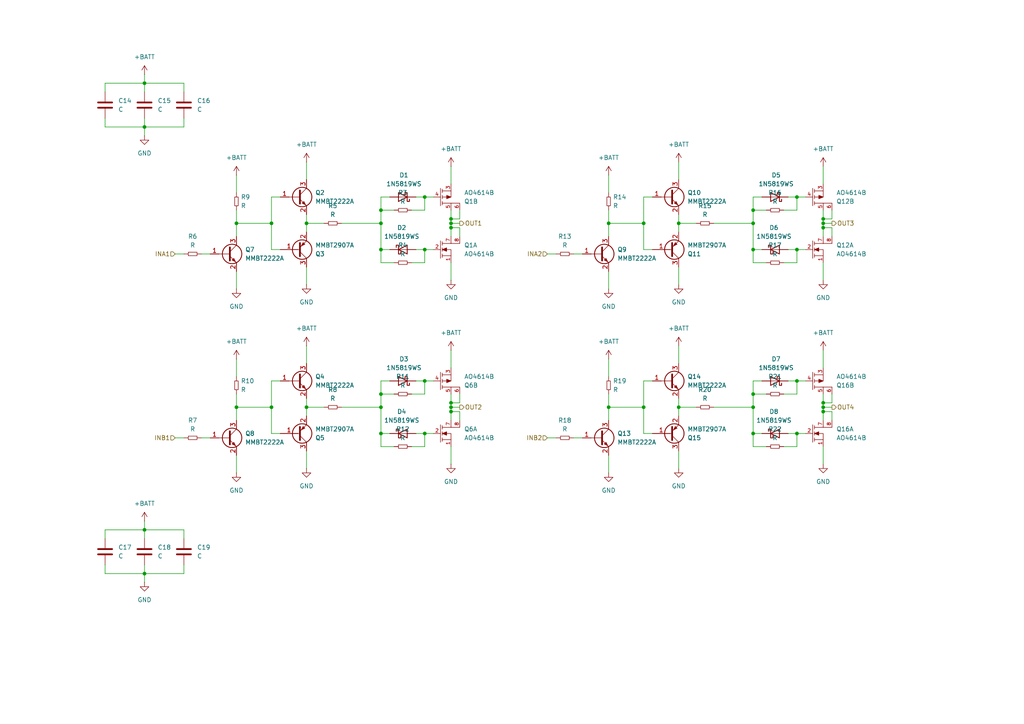
<source format=kicad_sch>
(kicad_sch (version 20250114) (generator "eeschema") (generator_version "9.0")
  (paper "A4")
  (lib_symbols
    (symbol "BJT:MMBT2907A" (pin_names (hide yes))
      (property "Reference" "Q" (at 5.08 1.27 0))
      (property "Value" "MMBT2907A" (at 5.08 -1.27 0))
      (symbol "MMBT2907A_0_1"
        (polyline (pts (xy -2.54 0) (xy -1.905 0)))
        (polyline (pts (xy -1.905 1.905) (xy -1.905 -1.905) (xy -1.905 -1.905)) (stroke (width 0.508)))
        (polyline (pts (xy -1.905 0.635) (xy 0 2.54)))
        (polyline (pts (xy -1.905 -0.635) (xy 0 -2.54) (xy 0 -2.54)))
        (circle (center -1.27 0) (radius 2.8194) (stroke (width 0.254)))
        (polyline (pts (xy -0.4826 -1.5494) (xy -0.9906 -2.0574) (xy -1.4986 -1.0414) (xy -0.4826 -1.5494) (xy -0.4826 -1.5494)) (fill (type outline)))
      )
      (symbol "MMBT2907A_1_1"
        (pin passive line (at -7.62 0 0) (length 5.08) (name "B") (number "1"))
        (pin passive line (at 0 5.08 270) (length 2.54) (name "C") (number "3"))
        (pin passive line (at 0 -5.08 90) (length 2.54) (name "E") (number "2"))
      )
    )
    (symbol "Device:C" (pin_numbers (hide yes)) (pin_names (offset 0.254))
      (property "Reference" "C" (at 0.635 2.54 0))
      (property "Value" "C" (at 0.635 -2.54 0))
      (symbol "C_0_1"
        (polyline (pts (xy -2.032 0.762) (xy 2.032 0.762)) (stroke (width 0.508)))
        (polyline (pts (xy -2.032 -0.762) (xy 2.032 -0.762)) (stroke (width 0.508)))
      )
      (symbol "C_1_1"
        (pin passive line (at 0 3.81 270) (length 2.794) (name "~") (number "1"))
        (pin passive line (at 0 -3.81 90) (length 2.794) (name "~") (number "2"))
      )
    )
    (symbol "Diode:1N5819WS" (pin_numbers (hide yes)) (pin_names (offset 1.016) (hide yes))
      (property "Reference" "D" (at 0 2.54 0))
      (property "Value" "1N5819WS" (at 0 -2.54 0))
      (symbol "1N5819WS_0_1"
        (polyline (pts (xy -1.905 0.635) (xy -1.905 1.27) (xy -1.27 1.27) (xy -1.27 -1.27) (xy -0.635 -1.27) (xy -0.635 -0.635)) (stroke (width 0.254)))
        (polyline (pts (xy 1.27 1.27) (xy 1.27 -1.27) (xy -1.27 0) (xy 1.27 1.27)) (stroke (width 0.254)))
        (polyline (pts (xy 1.27 0) (xy -1.27 0)))
      )
      (symbol "1N5819WS_1_1"
        (pin passive line (at -3.81 0 0) (length 2.54) (name "K") (number "1"))
        (pin passive line (at 3.81 0 180) (length 2.54) (name "A") (number "2"))
      )
    )
    (symbol "EESTN5:R" (pin_numbers (hide yes)) (pin_names (offset 0))
      (property "Reference" "R" (at -1.27 0 90))
      (property "Value" "R" (at 1.27 0 90))
      (symbol "R_0_1"
        (rectangle (start 0.508 1.27) (end -0.508 -1.27))
      )
      (symbol "R_1_1"
        (pin passive line (at 0 2.54 270) (length 1.27) (name "~") (number "1"))
        (pin passive line (at 0 -2.54 90) (length 1.27) (name "~") (number "2"))
      )
    )
    (symbol "Mosfet:AO4614B" (pin_names (hide yes))
      (property "Reference" "Q" (at 3.81 -0.635 0))
      (property "Value" "AO4614B" (at 7.62 -2.54 0))
      (symbol "AO4614B_0_1"
        (polyline (pts (xy -1.778 2.54) (xy -1.778 -2.54) (xy -1.778 -2.54)) (fill (type outline)))
        (polyline (pts (xy -1.27 1.778) (xy 1.27 1.778) (xy 1.27 1.778)))
        (polyline (pts (xy -1.27 1.27) (xy -1.27 2.286) (xy -1.27 2.286)) (fill (type outline)))
        (polyline (pts (xy -1.27 -0.508) (xy -1.27 0.508) (xy -1.27 0.508)) (fill (type outline)))
        (polyline (pts (xy -1.27 -1.778) (xy 1.27 -1.778) (xy 1.27 0) (xy -1.27 0) (xy 0 0)))
        (polyline (pts (xy -1.27 -2.286) (xy -1.27 -1.27) (xy -1.27 -1.27)) (fill (type outline)))
      )
      (symbol "AO4614B_1_1"
        (polyline (pts (xy 0 0) (xy 0 0.508) (xy -1.27 0) (xy 0 -0.508) (xy 0 0)) (fill (type outline)))
        (polyline (pts (xy 1.27 1.778) (xy 3.81 1.778)))
        (pin input line (at -3.81 0 0) (length 2.032) (name "G") (number "2"))
        (pin passive line (at 1.27 3.81 270) (length 2.032) (name "D") (number "7"))
        (pin passive line (at 1.27 -3.81 90) (length 2.032) (name "S") (number "1"))
        (pin passive line (at 3.81 3.81 270) (length 2.032) (name "D") (number "8"))
      )
      (symbol "AO4614B_2_1"
        (polyline (pts (xy 0 0) (xy 0 -0.508) (xy 1.27 0) (xy 0 0.508) (xy 0 0)) (fill (type outline)))
        (polyline (pts (xy 1.27 1.778) (xy 3.81 1.778)))
        (pin input line (at -3.81 0 0) (length 2.032) (name "G") (number "4"))
        (pin passive line (at 1.27 3.81 270) (length 2.032) (name "D") (number "5"))
        (pin passive line (at 1.27 -3.81 90) (length 2.032) (name "S") (number "3"))
        (pin passive line (at 3.81 3.81 270) (length 2.032) (name "D") (number "6"))
      )
    )
    (symbol "Transistor_BJT:MMBT2222A" (pin_names (offset 0) (hide yes))
      (property "Reference" "Q" (at 5.08 1.905 0))
      (property "Value" "MMBT2222A" (at 5.08 0 0))
      (symbol "MMBT2222A_0_1"
        (polyline (pts (xy -2.54 0) (xy 0.635 0)))
        (polyline (pts (xy 0.635 1.905) (xy 0.635 -1.905)) (stroke (width 0.508)))
        (circle (center 1.27 0) (radius 2.8194) (stroke (width 0.254)))
      )
      (symbol "MMBT2222A_1_1"
        (polyline (pts (xy 0.635 0.635) (xy 2.54 2.54)))
        (polyline (pts (xy 0.635 -0.635) (xy 2.54 -2.54)))
        (polyline (pts (xy 1.27 -1.778) (xy 1.778 -1.27) (xy 2.286 -2.286) (xy 1.27 -1.778)) (fill (type outline)))
        (pin input line (at -5.08 0 0) (length 2.54) (name "B") (number "1"))
        (pin passive line (at 2.54 5.08 270) (length 2.54) (name "C") (number "3"))
        (pin passive line (at 2.54 -5.08 90) (length 2.54) (name "E") (number "2"))
      )
    )
    (symbol "power:+BATT" (power) (pin_numbers (hide yes)) (pin_names (offset 0) (hide yes))
      (property "Value" "+BATT" (at 0 3.556 0))
      (symbol "+BATT_0_1"
        (polyline (pts (xy -0.762 1.27) (xy 0 2.54)))
        (polyline (pts (xy 0 2.54) (xy 0.762 1.27)))
        (polyline (pts (xy 0 0) (xy 0 2.54)))
      )
      (symbol "+BATT_1_1"
        (pin power_in line (at 0 0 90) (length 0) (name "~") (number "1"))
      )
    )
    (symbol "power:GND" (power) (pin_numbers (hide yes)) (pin_names (offset 0) (hide yes))
      (property "Value" "GND" (at 0 -3.81 0))
      (symbol "GND_0_1"
        (polyline (pts (xy 0 0) (xy 0 -1.27) (xy 1.27 -1.27) (xy 0 -2.54) (xy -1.27 -1.27) (xy 0 -1.27)))
      )
      (symbol "GND_1_1"
        (pin power_in line (at 0 0 270) (length 0) (name "~") (number "1"))
      )
    )
  )
  (junction (at 218.44 60.96))
  (junction (at 186.69 118.11))
  (junction (at 186.69 64.77))
  (junction (at 41.91 166.37))
  (junction (at 123.19 125.73))
  (junction (at 123.19 110.49))
  (junction (at 238.76 118.11))
  (junction (at 238.76 119.38))
  (junction (at 238.76 64.77))
  (junction (at 78.74 64.77))
  (junction (at 238.76 63.5))
  (junction (at 238.76 66.04))
  (junction (at 176.53 64.77))
  (junction (at 88.9 64.77))
  (junction (at 196.85 118.11))
  (junction (at 41.91 36.83))
  (junction (at 68.58 118.11))
  (junction (at 130.81 116.84))
  (junction (at 218.44 64.77))
  (junction (at 176.53 118.11))
  (junction (at 231.14 110.49))
  (junction (at 218.44 114.3))
  (junction (at 231.14 72.39))
  (junction (at 130.81 119.38))
  (junction (at 123.19 57.15))
  (junction (at 123.19 72.39))
  (junction (at 110.49 114.3))
  (junction (at 110.49 72.39))
  (junction (at 130.81 66.04))
  (junction (at 231.14 125.73))
  (junction (at 238.76 116.84))
  (junction (at 41.91 153.67))
  (junction (at 110.49 64.77))
  (junction (at 196.85 64.77))
  (junction (at 218.44 125.73))
  (junction (at 130.81 64.77))
  (junction (at 231.14 57.15))
  (junction (at 78.74 118.11))
  (junction (at 130.81 118.11))
  (junction (at 110.49 125.73))
  (junction (at 110.49 118.11))
  (junction (at 130.81 63.5))
  (junction (at 218.44 72.39))
  (junction (at 218.44 118.11))
  (junction (at 110.49 60.96))
  (junction (at 68.58 64.77))
  (junction (at 41.91 24.13))
  (junction (at 88.9 118.11))
  (wire (pts (xy 130.81 118.11) (xy 133.35 118.11)))
  (wire (pts (xy 238.76 76.2) (xy 238.76 81.28)))
  (wire (pts (xy 238.76 64.77) (xy 241.3 64.77)))
  (wire (pts (xy 130.81 119.38) (xy 133.35 119.38)))
  (wire (pts (xy 133.35 114.3) (xy 133.35 116.84)))
  (wire (pts (xy 218.44 64.77) (xy 218.44 60.96)))
  (wire (pts (xy 228.6 57.15) (xy 231.14 57.15)))
  (wire (pts (xy 123.19 60.96) (xy 123.19 57.15)))
  (wire (pts (xy 196.85 64.77) (xy 201.93 64.77)))
  (wire (pts (xy 238.76 116.84) (xy 238.76 118.11)))
  (wire (pts (xy 231.14 57.15) (xy 233.68 57.15)))
  (wire (pts (xy 238.76 66.04) (xy 238.76 68.58)))
  (wire (pts (xy 68.58 60.96) (xy 68.58 64.77)))
  (wire (pts (xy 228.6 72.39) (xy 231.14 72.39)))
  (wire (pts (xy 196.85 118.11) (xy 196.85 120.65)))
  (wire (pts (xy 241.3 116.84) (xy 238.76 116.84)))
  (wire (pts (xy 41.91 153.67) (xy 41.91 156.21)))
  (wire (pts (xy 53.34 156.21) (xy 53.34 153.67)))
  (wire (pts (xy 53.34 34.29) (xy 53.34 36.83)))
  (wire (pts (xy 196.85 46.99) (xy 196.85 52.07)))
  (wire (pts (xy 176.53 118.11) (xy 186.69 118.11)))
  (wire (pts (xy 166.37 127) (xy 168.91 127)))
  (wire (pts (xy 186.69 125.73) (xy 189.23 125.73)))
  (wire (pts (xy 196.85 118.11) (xy 201.93 118.11)))
  (wire (pts (xy 78.74 64.77) (xy 78.74 72.39)))
  (wire (pts (xy 119.38 76.2) (xy 123.19 76.2)))
  (wire (pts (xy 41.91 36.83) (xy 30.48 36.83)))
  (wire (pts (xy 227.33 129.54) (xy 231.14 129.54)))
  (wire (pts (xy 88.9 77.47) (xy 88.9 82.55)))
  (wire (pts (xy 196.85 64.77) (xy 196.85 67.31)))
  (wire (pts (xy 53.34 36.83) (xy 41.91 36.83)))
  (wire (pts (xy 130.81 66.04) (xy 133.35 66.04)))
  (wire (pts (xy 88.9 118.11) (xy 93.98 118.11)))
  (wire (pts (xy 99.06 118.11) (xy 110.49 118.11)))
  (wire (pts (xy 120.65 72.39) (xy 123.19 72.39)))
  (wire (pts (xy 228.6 125.73) (xy 231.14 125.73)))
  (wire (pts (xy 218.44 64.77) (xy 218.44 72.39)))
  (wire (pts (xy 218.44 76.2) (xy 222.25 76.2)))
  (wire (pts (xy 218.44 129.54) (xy 222.25 129.54)))
  (wire (pts (xy 88.9 64.77) (xy 88.9 67.31)))
  (wire (pts (xy 176.53 68.58) (xy 176.53 64.77)))
  (wire (pts (xy 81.28 110.49) (xy 78.74 110.49)))
  (wire (pts (xy 119.38 60.96) (xy 123.19 60.96)))
  (wire (pts (xy 218.44 114.3) (xy 218.44 110.49)))
  (wire (pts (xy 53.34 26.67) (xy 53.34 24.13)))
  (wire (pts (xy 130.81 64.77) (xy 133.35 64.77)))
  (wire (pts (xy 176.53 114.3) (xy 176.53 118.11)))
  (wire (pts (xy 218.44 110.49) (xy 220.98 110.49)))
  (wire (pts (xy 218.44 118.11) (xy 218.44 114.3)))
  (wire (pts (xy 238.76 48.26) (xy 238.76 53.34)))
  (wire (pts (xy 68.58 68.58) (xy 68.58 64.77)))
  (wire (pts (xy 58.42 73.66) (xy 60.96 73.66)))
  (wire (pts (xy 133.35 60.96) (xy 133.35 63.5)))
  (wire (pts (xy 130.81 101.6) (xy 130.81 106.68)))
  (wire (pts (xy 110.49 64.77) (xy 110.49 72.39)))
  (wire (pts (xy 50.8 73.66) (xy 53.34 73.66)))
  (wire (pts (xy 238.76 101.6) (xy 238.76 106.68)))
  (wire (pts (xy 88.9 62.23) (xy 88.9 64.77)))
  (wire (pts (xy 88.9 100.33) (xy 88.9 105.41)))
  (wire (pts (xy 218.44 125.73) (xy 218.44 129.54)))
  (wire (pts (xy 196.85 115.57) (xy 196.85 118.11)))
  (wire (pts (xy 110.49 129.54) (xy 114.3 129.54)))
  (wire (pts (xy 238.76 64.77) (xy 238.76 66.04)))
  (wire (pts (xy 220.98 125.73) (xy 218.44 125.73)))
  (wire (pts (xy 238.76 63.5) (xy 238.76 64.77)))
  (wire (pts (xy 218.44 72.39) (xy 218.44 76.2)))
  (wire (pts (xy 231.14 76.2) (xy 231.14 72.39)))
  (wire (pts (xy 110.49 60.96) (xy 110.49 57.15)))
  (wire (pts (xy 196.85 100.33) (xy 196.85 105.41)))
  (wire (pts (xy 186.69 64.77) (xy 186.69 72.39)))
  (wire (pts (xy 241.3 60.96) (xy 241.3 63.5)))
  (wire (pts (xy 41.91 36.83) (xy 41.91 39.37)))
  (wire (pts (xy 110.49 64.77) (xy 110.49 60.96)))
  (wire (pts (xy 41.91 34.29) (xy 41.91 36.83)))
  (wire (pts (xy 238.76 119.38) (xy 238.76 121.92)))
  (wire (pts (xy 88.9 118.11) (xy 88.9 120.65)))
  (wire (pts (xy 186.69 110.49) (xy 186.69 118.11)))
  (wire (pts (xy 176.53 121.92) (xy 176.53 118.11)))
  (wire (pts (xy 130.81 76.2) (xy 130.81 81.28)))
  (wire (pts (xy 158.75 73.66) (xy 161.29 73.66)))
  (wire (pts (xy 166.37 73.66) (xy 168.91 73.66)))
  (wire (pts (xy 68.58 114.3) (xy 68.58 118.11)))
  (wire (pts (xy 68.58 64.77) (xy 78.74 64.77)))
  (wire (pts (xy 189.23 110.49) (xy 186.69 110.49)))
  (wire (pts (xy 218.44 60.96) (xy 218.44 57.15)))
  (wire (pts (xy 78.74 125.73) (xy 81.28 125.73)))
  (wire (pts (xy 176.53 104.14) (xy 176.53 109.22)))
  (wire (pts (xy 241.3 114.3) (xy 241.3 116.84)))
  (wire (pts (xy 119.38 129.54) (xy 123.19 129.54)))
  (wire (pts (xy 68.58 78.74) (xy 68.58 83.82)))
  (wire (pts (xy 119.38 114.3) (xy 123.19 114.3)))
  (wire (pts (xy 238.76 119.38) (xy 241.3 119.38)))
  (wire (pts (xy 130.81 114.3) (xy 130.81 116.84)))
  (wire (pts (xy 238.76 114.3) (xy 238.76 116.84)))
  (wire (pts (xy 53.34 153.67) (xy 41.91 153.67)))
  (wire (pts (xy 114.3 60.96) (xy 110.49 60.96)))
  (wire (pts (xy 123.19 57.15) (xy 125.73 57.15)))
  (wire (pts (xy 53.34 163.83) (xy 53.34 166.37)))
  (wire (pts (xy 130.81 63.5) (xy 130.81 64.77)))
  (wire (pts (xy 123.19 129.54) (xy 123.19 125.73)))
  (wire (pts (xy 227.33 76.2) (xy 231.14 76.2)))
  (wire (pts (xy 120.65 110.49) (xy 123.19 110.49)))
  (wire (pts (xy 78.74 72.39) (xy 81.28 72.39)))
  (wire (pts (xy 130.81 60.96) (xy 130.81 63.5)))
  (wire (pts (xy 99.06 64.77) (xy 110.49 64.77)))
  (wire (pts (xy 123.19 114.3) (xy 123.19 110.49)))
  (wire (pts (xy 58.42 127) (xy 60.96 127)))
  (wire (pts (xy 176.53 64.77) (xy 186.69 64.77)))
  (wire (pts (xy 53.34 166.37) (xy 41.91 166.37)))
  (wire (pts (xy 227.33 114.3) (xy 231.14 114.3)))
  (wire (pts (xy 110.49 118.11) (xy 110.49 125.73)))
  (wire (pts (xy 186.69 118.11) (xy 186.69 125.73)))
  (wire (pts (xy 110.49 118.11) (xy 110.49 114.3)))
  (wire (pts (xy 130.81 64.77) (xy 130.81 66.04)))
  (wire (pts (xy 68.58 132.08) (xy 68.58 137.16)))
  (wire (pts (xy 231.14 114.3) (xy 231.14 110.49)))
  (wire (pts (xy 189.23 57.15) (xy 186.69 57.15)))
  (wire (pts (xy 196.85 62.23) (xy 196.85 64.77)))
  (wire (pts (xy 231.14 125.73) (xy 233.68 125.73)))
  (wire (pts (xy 110.49 125.73) (xy 110.49 129.54)))
  (wire (pts (xy 68.58 104.14) (xy 68.58 109.22)))
  (wire (pts (xy 241.3 121.92) (xy 241.3 119.38)))
  (wire (pts (xy 30.48 156.21) (xy 30.48 153.67)))
  (wire (pts (xy 41.91 166.37) (xy 30.48 166.37)))
  (wire (pts (xy 238.76 60.96) (xy 238.76 63.5)))
  (wire (pts (xy 231.14 72.39) (xy 233.68 72.39)))
  (wire (pts (xy 68.58 121.92) (xy 68.58 118.11)))
  (wire (pts (xy 231.14 60.96) (xy 231.14 57.15)))
  (wire (pts (xy 88.9 130.81) (xy 88.9 135.89)))
  (wire (pts (xy 158.75 127) (xy 161.29 127)))
  (wire (pts (xy 41.91 24.13) (xy 41.91 26.67)))
  (wire (pts (xy 30.48 26.67) (xy 30.48 24.13)))
  (wire (pts (xy 41.91 21.59) (xy 41.91 24.13)))
  (wire (pts (xy 78.74 57.15) (xy 78.74 64.77)))
  (wire (pts (xy 81.28 57.15) (xy 78.74 57.15)))
  (wire (pts (xy 133.35 121.92) (xy 133.35 119.38)))
  (wire (pts (xy 110.49 114.3) (xy 110.49 110.49)))
  (wire (pts (xy 113.03 72.39) (xy 110.49 72.39)))
  (wire (pts (xy 130.81 48.26) (xy 130.81 53.34)))
  (wire (pts (xy 196.85 130.81) (xy 196.85 135.89)))
  (wire (pts (xy 110.49 76.2) (xy 114.3 76.2)))
  (wire (pts (xy 231.14 129.54) (xy 231.14 125.73)))
  (wire (pts (xy 176.53 132.08) (xy 176.53 137.16)))
  (wire (pts (xy 196.85 77.47) (xy 196.85 82.55)))
  (wire (pts (xy 123.19 76.2) (xy 123.19 72.39)))
  (wire (pts (xy 123.19 110.49) (xy 125.73 110.49)))
  (wire (pts (xy 30.48 153.67) (xy 41.91 153.67)))
  (wire (pts (xy 186.69 72.39) (xy 189.23 72.39)))
  (wire (pts (xy 130.81 129.54) (xy 130.81 134.62)))
  (wire (pts (xy 238.76 129.54) (xy 238.76 134.62)))
  (wire (pts (xy 53.34 24.13) (xy 41.91 24.13)))
  (wire (pts (xy 88.9 46.99) (xy 88.9 52.07)))
  (wire (pts (xy 176.53 60.96) (xy 176.53 64.77)))
  (wire (pts (xy 133.35 63.5) (xy 130.81 63.5)))
  (wire (pts (xy 222.25 60.96) (xy 218.44 60.96)))
  (wire (pts (xy 120.65 125.73) (xy 123.19 125.73)))
  (wire (pts (xy 110.49 110.49) (xy 113.03 110.49)))
  (wire (pts (xy 241.3 68.58) (xy 241.3 66.04)))
  (wire (pts (xy 218.44 118.11) (xy 218.44 125.73)))
  (wire (pts (xy 220.98 72.39) (xy 218.44 72.39)))
  (wire (pts (xy 238.76 118.11) (xy 241.3 118.11)))
  (wire (pts (xy 123.19 125.73) (xy 125.73 125.73)))
  (wire (pts (xy 113.03 125.73) (xy 110.49 125.73)))
  (wire (pts (xy 50.8 127) (xy 53.34 127)))
  (wire (pts (xy 176.53 78.74) (xy 176.53 83.82)))
  (wire (pts (xy 120.65 57.15) (xy 123.19 57.15)))
  (wire (pts (xy 123.19 72.39) (xy 125.73 72.39)))
  (wire (pts (xy 41.91 151.13) (xy 41.91 153.67)))
  (wire (pts (xy 130.81 66.04) (xy 130.81 68.58)))
  (wire (pts (xy 110.49 57.15) (xy 113.03 57.15)))
  (wire (pts (xy 231.14 110.49) (xy 233.68 110.49)))
  (wire (pts (xy 110.49 72.39) (xy 110.49 76.2)))
  (wire (pts (xy 88.9 64.77) (xy 93.98 64.77)))
  (wire (pts (xy 88.9 115.57) (xy 88.9 118.11)))
  (wire (pts (xy 68.58 50.8) (xy 68.58 55.88)))
  (wire (pts (xy 207.01 118.11) (xy 218.44 118.11)))
  (wire (pts (xy 78.74 110.49) (xy 78.74 118.11)))
  (wire (pts (xy 207.01 64.77) (xy 218.44 64.77)))
  (wire (pts (xy 133.35 68.58) (xy 133.35 66.04)))
  (wire (pts (xy 41.91 163.83) (xy 41.91 166.37)))
  (wire (pts (xy 238.76 66.04) (xy 241.3 66.04)))
  (wire (pts (xy 30.48 166.37) (xy 30.48 163.83)))
  (wire (pts (xy 241.3 63.5) (xy 238.76 63.5)))
  (wire (pts (xy 130.81 119.38) (xy 130.81 121.92)))
  (wire (pts (xy 30.48 36.83) (xy 30.48 34.29)))
  (wire (pts (xy 68.58 118.11) (xy 78.74 118.11)))
  (wire (pts (xy 227.33 60.96) (xy 231.14 60.96)))
  (wire (pts (xy 78.74 118.11) (xy 78.74 125.73)))
  (wire (pts (xy 176.53 50.8) (xy 176.53 55.88)))
  (wire (pts (xy 130.81 116.84) (xy 130.81 118.11)))
  (wire (pts (xy 41.91 166.37) (xy 41.91 168.91)))
  (wire (pts (xy 30.48 24.13) (xy 41.91 24.13)))
  (wire (pts (xy 228.6 110.49) (xy 231.14 110.49)))
  (wire (pts (xy 238.76 118.11) (xy 238.76 119.38)))
  (wire (pts (xy 186.69 57.15) (xy 186.69 64.77)))
  (wire (pts (xy 130.81 118.11) (xy 130.81 119.38)))
  (wire (pts (xy 114.3 114.3) (xy 110.49 114.3)))
  (wire (pts (xy 222.25 114.3) (xy 218.44 114.3)))
  (wire (pts (xy 133.35 116.84) (xy 130.81 116.84)))
  (wire (pts (xy 218.44 57.15) (xy 220.98 57.15)))
  (hierarchical_label "INA1" (shape input) (at 50.8 73.66 180))
  (hierarchical_label "OUT4" (shape output) (at 241.3 118.11 0))
  (hierarchical_label "OUT2" (shape output) (at 133.35 118.11 0))
  (hierarchical_label "OUT1" (shape output) (at 133.35 64.77 0))
  (hierarchical_label "INA2" (shape input) (at 158.75 73.66 180))
  (hierarchical_label "OUT3" (shape output) (at 241.3 64.77 0))
  (hierarchical_label "INB1" (shape input) (at 50.8 127 180))
  (hierarchical_label "INB2" (shape input) (at 158.75 127 180))
  (symbol (lib_id "Diode:1N5819WS") (at 224.79 57.15 180) (unit 1)
    (property "Reference" "D5" (at 225.1075 50.8 0))
    (property "Value" "1N5819WS" (at 225.1075 53.34 0))
    (property "Footprint" "Diode_SMD:D_SOD-323" (effects (hide yes)))
    (property "Datasheet" "https://datasheet.lcsc.com/lcsc/2204281430_Guangdong-Hottech-1N5819WS_C191023.pdf" (effects (hide yes)))
    (property "Description" "40V 600mV@1A 1A SOD-323 Schottky Barrier Diodes, SOD-323" (effects (hide yes)))
  )
  (symbol (lib_id "power:+BATT") (at 130.81 101.6 0) (unit 1)
    (property "Reference" "#PWR024" (effects (hide yes)))
    (property "Value" "+BATT" (at 130.81 96.52 0))
    (property "Description" "Power symbol creates a global label with name \"+BATT\"" (effects (hide yes)))
  )
  (symbol (lib_id "EESTN5:R") (at 163.83 73.66 90) (unit 1)
    (property "Reference" "R13" (at 163.83 68.58 90))
    (property "Value" "R" (at 163.83 71.12 90))
    (property "Description" "Resistor" (effects (hide yes)))
  )
  (symbol (lib_id "power:+BATT") (at 176.53 50.8 0) (unit 1)
    (property "Reference" "#PWR030" (effects (hide yes)))
    (property "Value" "+BATT" (at 176.53 45.72 0))
    (property "Description" "Power symbol creates a global label with name \"+BATT\"" (effects (hide yes)))
  )
  (symbol (lib_id "Diode:1N5819WS") (at 224.79 110.49 180) (unit 1)
    (property "Reference" "D7" (at 225.1075 104.14 0))
    (property "Value" "1N5819WS" (at 225.1075 106.68 0))
    (property "Footprint" "Diode_SMD:D_SOD-323" (effects (hide yes)))
    (property "Datasheet" "https://datasheet.lcsc.com/lcsc/2204281430_Guangdong-Hottech-1N5819WS_C191023.pdf" (effects (hide yes)))
    (property "Description" "40V 600mV@1A 1A SOD-323 Schottky Barrier Diodes, SOD-323" (effects (hide yes)))
  )
  (symbol (lib_id "EESTN5:R") (at 116.84 60.96 90) (unit 1)
    (property "Reference" "R3" (at 116.84 55.88 90))
    (property "Value" "R" (at 116.84 58.42 90))
    (property "Description" "Resistor" (effects (hide yes)))
  )
  (symbol (lib_id "power:+BATT") (at 41.91 21.59 0) (unit 1)
    (property "Reference" "#PWR058" (effects (hide yes)))
    (property "Value" "+BATT" (at 41.91 16.51 0))
    (property "Description" "Power symbol creates a global label with name \"+BATT\"" (effects (hide yes)))
  )
  (symbol (lib_id "EESTN5:R") (at 224.79 60.96 90) (unit 1)
    (property "Reference" "R16" (at 224.79 55.88 90))
    (property "Value" "R" (at 224.79 58.42 90))
    (property "Description" "Resistor" (effects (hide yes)))
  )
  (symbol (lib_id "BJT:MMBT2907A") (at 196.85 125.73 0) (mirror x) (unit 1)
    (property "Reference" "Q15" (at 199.39 127.0001 0) (effects (justify left)))
    (property "Value" "MMBT2907A" (at 199.39 124.4601 0) (effects (justify left)))
    (property "Datasheet" "https://datasheet.pas.partquest.com/images/VipMasterIC/IC/VISH/VISHS66402/VISHS66402-1.pdf?hkey=61A2E4C270F0397D049F8F05BD4F1054" (effects (hide yes)))
    (property "Description" "600 MA, PNP, SI, SMALL SIGNAL TRANSISTOR,60 V,225 mW 55 to +150 C" (effects (hide yes)))
    (property "Height" "1.15" (effects (hide yes)))
    (property "Manufacturer_Name" "Vishay" (effects (hide yes)))
    (property "Manufacturer_Part_Number" "MMBT2907A" (effects (hide yes)))
    (property "Mouser Part Number" "N/A" (effects (hide yes)))
    (property "Mouser Price/Stock" "https://www.mouser.co.uk/ProductDetail/Vishay-Semiconductors/MMBT2907A?qs=AFioPs4Nw1LFDVQ0bIsY0Q%3D%3D" (effects (hide yes)))
  )
  (symbol (lib_id "EESTN5:R") (at 96.52 118.11 90) (unit 1)
    (property "Reference" "R8" (at 96.52 113.03 90))
    (property "Value" "R" (at 96.52 115.57 90))
    (property "Description" "Resistor" (effects (hide yes)))
  )
  (symbol (lib_id "EESTN5:R") (at 116.84 114.3 90) (unit 1)
    (property "Reference" "R11" (at 116.84 109.22 90))
    (property "Value" "R" (at 116.84 111.76 90))
    (property "Description" "Resistor" (effects (hide yes)))
  )
  (symbol (lib_id "power:+BATT") (at 238.76 48.26 0) (unit 1)
    (property "Reference" "#PWR034" (effects (hide yes)))
    (property "Value" "+BATT" (at 238.76 43.18 0))
    (property "Description" "Power symbol creates a global label with name \"+BATT\"" (effects (hide yes)))
  )
  (symbol (lib_id "power:+BATT") (at 238.76 101.6 0) (unit 1)
    (property "Reference" "#PWR040" (effects (hide yes)))
    (property "Value" "+BATT" (at 238.76 96.52 0))
    (property "Description" "Power symbol creates a global label with name \"+BATT\"" (effects (hide yes)))
  )
  (symbol (lib_id "power:GND") (at 238.76 81.28 0) (unit 1)
    (property "Reference" "#PWR035" (effects (hide yes)))
    (property "Value" "GND" (at 238.76 86.36 0))
    (property "Description" "Power symbol creates a global label with name \"GND\" , ground" (effects (hide yes)))
  )
  (symbol (lib_id "Device:C") (at 30.48 160.02 0) (unit 1)
    (property "Reference" "C17" (at 34.29 158.7499 0) (effects (justify left)))
    (property "Value" "C" (at 34.29 161.2899 0) (effects (justify left)))
    (property "Description" "Unpolarized capacitor" (effects (hide yes)))
  )
  (symbol (lib_id "EESTN5:R") (at 224.79 76.2 90) (unit 1)
    (property "Reference" "R17" (at 224.79 71.12 90))
    (property "Value" "R" (at 224.79 73.66 90))
    (property "Description" "Resistor" (effects (hide yes)))
  )
  (symbol (lib_id "power:GND") (at 238.76 134.62 0) (unit 1)
    (property "Reference" "#PWR041" (effects (hide yes)))
    (property "Value" "GND" (at 238.76 139.7 0))
    (property "Description" "Power symbol creates a global label with name \"GND\" , ground" (effects (hide yes)))
  )
  (symbol (lib_id "power:+BATT") (at 41.91 151.13 0) (unit 1)
    (property "Reference" "#PWR060" (effects (hide yes)))
    (property "Value" "+BATT" (at 41.91 146.05 0))
    (property "Description" "Power symbol creates a global label with name \"+BATT\"" (effects (hide yes)))
  )
  (symbol (lib_id "Transistor_BJT:MMBT2222A") (at 66.04 73.66 0) (unit 1)
    (property "Reference" "Q7" (at 71.12 72.3899 0) (effects (justify left)))
    (property "Value" "MMBT2222A" (at 71.12 74.9299 0) (effects (justify left)))
    (property "Footprint" "Package_TO_SOT_SMD:SOT-23" (effects (hide yes)))
    (property "Datasheet" "https://assets.nexperia.com/documents/data-sheet/MMBT2222A.pdf" (effects (hide yes)))
    (property "Description" "600mA Ic, 40V Vce, NPN Transistor, SOT-23" (effects (hide yes)))
  )
  (symbol (lib_id "Transistor_BJT:MMBT2222A") (at 173.99 73.66 0) (unit 1)
    (property "Reference" "Q9" (at 179.07 72.3899 0) (effects (justify left)))
    (property "Value" "MMBT2222A" (at 179.07 74.9299 0) (effects (justify left)))
    (property "Footprint" "Package_TO_SOT_SMD:SOT-23" (effects (hide yes)))
    (property "Datasheet" "https://assets.nexperia.com/documents/data-sheet/MMBT2222A.pdf" (effects (hide yes)))
    (property "Description" "600mA Ic, 40V Vce, NPN Transistor, SOT-23" (effects (hide yes)))
  )
  (symbol (lib_id "EESTN5:R") (at 96.52 64.77 90) (unit 1)
    (property "Reference" "R5" (at 96.52 59.69 90))
    (property "Value" "R" (at 96.52 62.23 90))
    (property "Description" "Resistor" (effects (hide yes)))
  )
  (symbol (lib_id "power:+BATT") (at 88.9 100.33 0) (unit 1)
    (property "Reference" "#PWR022" (effects (hide yes)))
    (property "Value" "+BATT" (at 88.9 95.25 0))
    (property "Description" "Power symbol creates a global label with name \"+BATT\"" (effects (hide yes)))
  )
  (symbol (lib_id "power:GND") (at 68.58 83.82 0) (unit 1)
    (property "Reference" "#PWR026" (effects (hide yes)))
    (property "Value" "GND" (at 68.58 88.9 0))
    (property "Description" "Power symbol creates a global label with name \"GND\" , ground" (effects (hide yes)))
  )
  (symbol (lib_id "Diode:1N5819WS") (at 224.79 125.73 0) (unit 1)
    (property "Reference" "D8" (at 224.4725 119.38 0))
    (property "Value" "1N5819WS" (at 224.4725 121.92 0))
    (property "Footprint" "Diode_SMD:D_SOD-323" (effects (hide yes)))
    (property "Datasheet" "https://datasheet.lcsc.com/lcsc/2204281430_Guangdong-Hottech-1N5819WS_C191023.pdf" (effects (hide yes)))
    (property "Description" "40V 600mV@1A 1A SOD-323 Schottky Barrier Diodes, SOD-323" (effects (hide yes)))
  )
  (symbol (lib_id "Device:C") (at 41.91 30.48 0) (unit 1)
    (property "Reference" "C15" (at 45.72 29.2099 0) (effects (justify left)))
    (property "Value" "C" (at 45.72 31.7499 0) (effects (justify left)))
    (property "Description" "Unpolarized capacitor" (effects (hide yes)))
  )
  (symbol (lib_id "EESTN5:R") (at 224.79 114.3 90) (unit 1)
    (property "Reference" "R21" (at 224.79 109.22 90))
    (property "Value" "R" (at 224.79 111.76 90))
    (property "Description" "Resistor" (effects (hide yes)))
  )
  (symbol (lib_id "BJT:MMBT2907A") (at 196.85 72.39 0) (mirror x) (unit 1)
    (property "Reference" "Q11" (at 199.39 73.6601 0) (effects (justify left)))
    (property "Value" "MMBT2907A" (at 199.39 71.1201 0) (effects (justify left)))
    (property "Datasheet" "https://datasheet.pas.partquest.com/images/VipMasterIC/IC/VISH/VISHS66402/VISHS66402-1.pdf?hkey=61A2E4C270F0397D049F8F05BD4F1054" (effects (hide yes)))
    (property "Description" "600 MA, PNP, SI, SMALL SIGNAL TRANSISTOR,60 V,225 mW 55 to +150 C" (effects (hide yes)))
    (property "Height" "1.15" (effects (hide yes)))
    (property "Manufacturer_Name" "Vishay" (effects (hide yes)))
    (property "Manufacturer_Part_Number" "MMBT2907A" (effects (hide yes)))
    (property "Mouser Part Number" "N/A" (effects (hide yes)))
    (property "Mouser Price/Stock" "https://www.mouser.co.uk/ProductDetail/Vishay-Semiconductors/MMBT2907A?qs=AFioPs4Nw1LFDVQ0bIsY0Q%3D%3D" (effects (hide yes)))
  )
  (symbol (lib_id "EESTN5:R") (at 204.47 118.11 90) (unit 1)
    (property "Reference" "R20" (at 204.47 113.03 90))
    (property "Value" "R" (at 204.47 115.57 90))
    (property "Description" "Resistor" (effects (hide yes)))
  )
  (symbol (lib_id "EESTN5:R") (at 116.84 76.2 90) (unit 1)
    (property "Reference" "R4" (at 116.84 71.12 90))
    (property "Value" "R" (at 116.84 73.66 90))
    (property "Description" "Resistor" (effects (hide yes)))
  )
  (symbol (lib_id "power:+BATT") (at 196.85 100.33 0) (unit 1)
    (property "Reference" "#PWR038" (effects (hide yes)))
    (property "Value" "+BATT" (at 196.85 95.25 0))
    (property "Description" "Power symbol creates a global label with name \"+BATT\"" (effects (hide yes)))
  )
  (symbol (lib_id "power:GND") (at 41.91 168.91 0) (unit 1)
    (property "Reference" "#PWR061" (effects (hide yes)))
    (property "Value" "GND" (at 41.91 173.99 0))
    (property "Description" "Power symbol creates a global label with name \"GND\" , ground" (effects (hide yes)))
  )
  (symbol (lib_id "EESTN5:R") (at 116.84 129.54 90) (unit 1)
    (property "Reference" "R12" (at 116.84 124.46 90))
    (property "Value" "R" (at 116.84 127 90))
    (property "Description" "Resistor" (effects (hide yes)))
  )
  (symbol (lib_id "Mosfet:AO4614B") (at 237.49 72.39 0) (unit 1)
    (property "Reference" "Q12" (at 242.57 71.1199 0) (effects (justify left)))
    (property "Value" "AO4614B" (at 242.57 73.6599 0) (effects (justify left)))
    (property "Datasheet" "https://www.aosmd.com/sites/default/files/res/datasheets/AO4614B.pdf" (effects (hide yes)))
    (property "Description" "Complementary Enhancement, 40V Dual P+N-Channel MOSFET, SOIC-8" (effects (hide yes)))
  )
  (symbol (lib_id "Device:C") (at 53.34 160.02 0) (unit 1)
    (property "Reference" "C19" (at 57.15 158.7499 0) (effects (justify left)))
    (property "Value" "C" (at 57.15 161.2899 0) (effects (justify left)))
    (property "Description" "Unpolarized capacitor" (effects (hide yes)))
  )
  (symbol (lib_id "Mosfet:AO4614B") (at 237.49 125.73 0) (unit 1)
    (property "Reference" "Q16" (at 242.57 124.4599 0) (effects (justify left)))
    (property "Value" "AO4614B" (at 242.57 126.9999 0) (effects (justify left)))
    (property "Datasheet" "https://www.aosmd.com/sites/default/files/res/datasheets/AO4614B.pdf" (effects (hide yes)))
    (property "Description" "Complementary Enhancement, 40V Dual P+N-Channel MOSFET, SOIC-8" (effects (hide yes)))
  )
  (symbol (lib_id "BJT:MMBT2907A") (at 88.9 72.39 0) (mirror x) (unit 1)
    (property "Reference" "Q3" (at 91.44 73.6601 0) (effects (justify left)))
    (property "Value" "MMBT2907A" (at 91.44 71.1201 0) (effects (justify left)))
    (property "Datasheet" "https://datasheet.pas.partquest.com/images/VipMasterIC/IC/VISH/VISHS66402/VISHS66402-1.pdf?hkey=61A2E4C270F0397D049F8F05BD4F1054" (effects (hide yes)))
    (property "Description" "600 MA, PNP, SI, SMALL SIGNAL TRANSISTOR,60 V,225 mW 55 to +150 C" (effects (hide yes)))
    (property "Height" "1.15" (effects (hide yes)))
    (property "Manufacturer_Name" "Vishay" (effects (hide yes)))
    (property "Manufacturer_Part_Number" "MMBT2907A" (effects (hide yes)))
    (property "Mouser Part Number" "N/A" (effects (hide yes)))
    (property "Mouser Price/Stock" "https://www.mouser.co.uk/ProductDetail/Vishay-Semiconductors/MMBT2907A?qs=AFioPs4Nw1LFDVQ0bIsY0Q%3D%3D" (effects (hide yes)))
  )
  (symbol (lib_id "Transistor_BJT:MMBT2222A") (at 194.31 110.49 0) (unit 1)
    (property "Reference" "Q14" (at 199.39 109.2199 0) (effects (justify left)))
    (property "Value" "MMBT2222A" (at 199.39 111.7599 0) (effects (justify left)))
    (property "Footprint" "Package_TO_SOT_SMD:SOT-23" (effects (hide yes)))
    (property "Datasheet" "https://assets.nexperia.com/documents/data-sheet/MMBT2222A.pdf" (effects (hide yes)))
    (property "Description" "600mA Ic, 40V Vce, NPN Transistor, SOT-23" (effects (hide yes)))
  )
  (symbol (lib_id "Transistor_BJT:MMBT2222A") (at 194.31 57.15 0) (unit 1)
    (property "Reference" "Q10" (at 199.39 55.8799 0) (effects (justify left)))
    (property "Value" "MMBT2222A" (at 199.39 58.4199 0) (effects (justify left)))
    (property "Footprint" "Package_TO_SOT_SMD:SOT-23" (effects (hide yes)))
    (property "Datasheet" "https://assets.nexperia.com/documents/data-sheet/MMBT2222A.pdf" (effects (hide yes)))
    (property "Description" "600mA Ic, 40V Vce, NPN Transistor, SOT-23" (effects (hide yes)))
  )
  (symbol (lib_id "power:+BATT") (at 176.53 104.14 0) (unit 1)
    (property "Reference" "#PWR036" (effects (hide yes)))
    (property "Value" "+BATT" (at 176.53 99.06 0))
    (property "Description" "Power symbol creates a global label with name \"+BATT\"" (effects (hide yes)))
  )
  (symbol (lib_id "power:GND") (at 68.58 137.16 0) (unit 1)
    (property "Reference" "#PWR029" (effects (hide yes)))
    (property "Value" "GND" (at 68.58 142.24 0))
    (property "Description" "Power symbol creates a global label with name \"GND\" , ground" (effects (hide yes)))
  )
  (symbol (lib_id "power:GND") (at 41.91 39.37 0) (unit 1)
    (property "Reference" "#PWR059" (effects (hide yes)))
    (property "Value" "GND" (at 41.91 44.45 0))
    (property "Description" "Power symbol creates a global label with name \"GND\" , ground" (effects (hide yes)))
  )
  (symbol (lib_id "EESTN5:R") (at 163.83 127 90) (unit 1)
    (property "Reference" "R18" (at 163.83 121.92 90))
    (property "Value" "R" (at 163.83 124.46 90))
    (property "Description" "Resistor" (effects (hide yes)))
  )
  (symbol (lib_id "power:+BATT") (at 68.58 104.14 0) (unit 1)
    (property "Reference" "#PWR028" (effects (hide yes)))
    (property "Value" "+BATT" (at 68.58 99.06 0))
    (property "Description" "Power symbol creates a global label with name \"+BATT\"" (effects (hide yes)))
  )
  (symbol (lib_id "Transistor_BJT:MMBT2222A") (at 66.04 127 0) (unit 1)
    (property "Reference" "Q8" (at 71.12 125.7299 0) (effects (justify left)))
    (property "Value" "MMBT2222A" (at 71.12 128.2699 0) (effects (justify left)))
    (property "Footprint" "Package_TO_SOT_SMD:SOT-23" (effects (hide yes)))
    (property "Datasheet" "https://assets.nexperia.com/documents/data-sheet/MMBT2222A.pdf" (effects (hide yes)))
    (property "Description" "600mA Ic, 40V Vce, NPN Transistor, SOT-23" (effects (hide yes)))
  )
  (symbol (lib_id "power:+BATT") (at 196.85 46.99 0) (unit 1)
    (property "Reference" "#PWR032" (effects (hide yes)))
    (property "Value" "+BATT" (at 196.85 41.91 0))
    (property "Description" "Power symbol creates a global label with name \"+BATT\"" (effects (hide yes)))
  )
  (symbol (lib_id "power:GND") (at 88.9 135.89 0) (unit 1)
    (property "Reference" "#PWR023" (effects (hide yes)))
    (property "Value" "GND" (at 88.9 140.97 0))
    (property "Description" "Power symbol creates a global label with name \"GND\" , ground" (effects (hide yes)))
  )
  (symbol (lib_id "BJT:MMBT2907A") (at 88.9 125.73 0) (mirror x) (unit 1)
    (property "Reference" "Q5" (at 91.44 127.0001 0) (effects (justify left)))
    (property "Value" "MMBT2907A" (at 91.44 124.4601 0) (effects (justify left)))
    (property "Datasheet" "https://datasheet.pas.partquest.com/images/VipMasterIC/IC/VISH/VISHS66402/VISHS66402-1.pdf?hkey=61A2E4C270F0397D049F8F05BD4F1054" (effects (hide yes)))
    (property "Description" "600 MA, PNP, SI, SMALL SIGNAL TRANSISTOR,60 V,225 mW 55 to +150 C" (effects (hide yes)))
    (property "Height" "1.15" (effects (hide yes)))
    (property "Manufacturer_Name" "Vishay" (effects (hide yes)))
    (property "Manufacturer_Part_Number" "MMBT2907A" (effects (hide yes)))
    (property "Mouser Part Number" "N/A" (effects (hide yes)))
    (property "Mouser Price/Stock" "https://www.mouser.co.uk/ProductDetail/Vishay-Semiconductors/MMBT2907A?qs=AFioPs4Nw1LFDVQ0bIsY0Q%3D%3D" (effects (hide yes)))
  )
  (symbol (lib_id "Transistor_BJT:MMBT2222A") (at 86.36 57.15 0) (unit 1)
    (property "Reference" "Q2" (at 91.44 55.8799 0) (effects (justify left)))
    (property "Value" "MMBT2222A" (at 91.44 58.4199 0) (effects (justify left)))
    (property "Footprint" "Package_TO_SOT_SMD:SOT-23" (effects (hide yes)))
    (property "Datasheet" "https://assets.nexperia.com/documents/data-sheet/MMBT2222A.pdf" (effects (hide yes)))
    (property "Description" "600mA Ic, 40V Vce, NPN Transistor, SOT-23" (effects (hide yes)))
  )
  (symbol (lib_id "power:+BATT") (at 68.58 50.8 0) (unit 1)
    (property "Reference" "#PWR027" (effects (hide yes)))
    (property "Value" "+BATT" (at 68.58 45.72 0))
    (property "Description" "Power symbol creates a global label with name \"+BATT\"" (effects (hide yes)))
  )
  (symbol (lib_id "power:GND") (at 196.85 135.89 0) (unit 1)
    (property "Reference" "#PWR039" (effects (hide yes)))
    (property "Value" "GND" (at 196.85 140.97 0))
    (property "Description" "Power symbol creates a global label with name \"GND\" , ground" (effects (hide yes)))
  )
  (symbol (lib_id "Diode:1N5819WS") (at 224.79 72.39 0) (unit 1)
    (property "Reference" "D6" (at 224.4725 66.04 0))
    (property "Value" "1N5819WS" (at 224.4725 68.58 0))
    (property "Footprint" "Diode_SMD:D_SOD-323" (effects (hide yes)))
    (property "Datasheet" "https://datasheet.lcsc.com/lcsc/2204281430_Guangdong-Hottech-1N5819WS_C191023.pdf" (effects (hide yes)))
    (property "Description" "40V 600mV@1A 1A SOD-323 Schottky Barrier Diodes, SOD-323" (effects (hide yes)))
  )
  (symbol (lib_id "EESTN5:R") (at 68.58 111.76 0) (unit 1)
    (property "Reference" "R10" (at 69.85 110.4899 0) (effects (justify left)))
    (property "Value" "R" (at 69.85 113.0299 0) (effects (justify left)))
    (property "Description" "Resistor" (effects (hide yes)))
  )
  (symbol (lib_id "Mosfet:AO4614B") (at 129.54 57.15 0) (mirror x) (unit 2)
    (property "Reference" "Q1" (at 134.62 58.4201 0) (effects (justify left)))
    (property "Value" "AO4614B" (at 134.62 55.8801 0) (effects (justify left)))
    (property "Datasheet" "https://www.aosmd.com/sites/default/files/res/datasheets/AO4614B.pdf" (effects (hide yes)))
    (property "Description" "Complementary Enhancement, 40V Dual P+N-Channel MOSFET, SOIC-8" (effects (hide yes)))
  )
  (symbol (lib_id "Diode:1N5819WS") (at 116.84 57.15 180) (unit 1)
    (property "Reference" "D1" (at 117.1575 50.8 0))
    (property "Value" "1N5819WS" (at 117.1575 53.34 0))
    (property "Footprint" "Diode_SMD:D_SOD-323" (effects (hide yes)))
    (property "Datasheet" "https://datasheet.lcsc.com/lcsc/2204281430_Guangdong-Hottech-1N5819WS_C191023.pdf" (effects (hide yes)))
    (property "Description" "40V 600mV@1A 1A SOD-323 Schottky Barrier Diodes, SOD-323" (effects (hide yes)))
  )
  (symbol (lib_id "EESTN5:R") (at 176.53 111.76 0) (unit 1)
    (property "Reference" "R19" (at 177.8 110.4899 0) (effects (justify left)))
    (property "Value" "R" (at 177.8 113.0299 0) (effects (justify left)))
    (property "Description" "Resistor" (effects (hide yes)))
  )
  (symbol (lib_id "Mosfet:AO4614B") (at 237.49 57.15 0) (mirror x) (unit 2)
    (property "Reference" "Q12" (at 242.57 58.4201 0) (effects (justify left)))
    (property "Value" "AO4614B" (at 242.57 55.8801 0) (effects (justify left)))
    (property "Datasheet" "https://www.aosmd.com/sites/default/files/res/datasheets/AO4614B.pdf" (effects (hide yes)))
    (property "Description" "Complementary Enhancement, 40V Dual P+N-Channel MOSFET, SOIC-8" (effects (hide yes)))
  )
  (symbol (lib_id "Mosfet:AO4614B") (at 129.54 125.73 0) (unit 1)
    (property "Reference" "Q6" (at 134.62 124.4599 0) (effects (justify left)))
    (property "Value" "AO4614B" (at 134.62 126.9999 0) (effects (justify left)))
    (property "Datasheet" "https://www.aosmd.com/sites/default/files/res/datasheets/AO4614B.pdf" (effects (hide yes)))
    (property "Description" "Complementary Enhancement, 40V Dual P+N-Channel MOSFET, SOIC-8" (effects (hide yes)))
  )
  (symbol (lib_id "EESTN5:R") (at 176.53 58.42 0) (unit 1)
    (property "Reference" "R14" (at 177.8 57.1499 0) (effects (justify left)))
    (property "Value" "R" (at 177.8 59.6899 0) (effects (justify left)))
    (property "Description" "Resistor" (effects (hide yes)))
  )
  (symbol (lib_id "EESTN5:R") (at 55.88 73.66 90) (unit 1)
    (property "Reference" "R6" (at 55.88 68.58 90))
    (property "Value" "R" (at 55.88 71.12 90))
    (property "Description" "Resistor" (effects (hide yes)))
  )
  (symbol (lib_id "power:GND") (at 130.81 134.62 0) (unit 1)
    (property "Reference" "#PWR025" (effects (hide yes)))
    (property "Value" "GND" (at 130.81 139.7 0))
    (property "Description" "Power symbol creates a global label with name \"GND\" , ground" (effects (hide yes)))
  )
  (symbol (lib_id "Device:C") (at 53.34 30.48 0) (unit 1)
    (property "Reference" "C16" (at 57.15 29.2099 0) (effects (justify left)))
    (property "Value" "C" (at 57.15 31.7499 0) (effects (justify left)))
    (property "Description" "Unpolarized capacitor" (effects (hide yes)))
  )
  (symbol (lib_id "EESTN5:R") (at 224.79 129.54 90) (unit 1)
    (property "Reference" "R22" (at 224.79 124.46 90))
    (property "Value" "R" (at 224.79 127 90))
    (property "Description" "Resistor" (effects (hide yes)))
  )
  (symbol (lib_id "EESTN5:R") (at 204.47 64.77 90) (unit 1)
    (property "Reference" "R15" (at 204.47 59.69 90))
    (property "Value" "R" (at 204.47 62.23 90))
    (property "Description" "Resistor" (effects (hide yes)))
  )
  (symbol (lib_id "power:GND") (at 196.85 82.55 0) (unit 1)
    (property "Reference" "#PWR033" (effects (hide yes)))
    (property "Value" "GND" (at 196.85 87.63 0))
    (property "Description" "Power symbol creates a global label with name \"GND\" , ground" (effects (hide yes)))
  )
  (symbol (lib_id "Diode:1N5819WS") (at 116.84 110.49 180) (unit 1)
    (property "Reference" "D3" (at 117.1575 104.14 0))
    (property "Value" "1N5819WS" (at 117.1575 106.68 0))
    (property "Footprint" "Diode_SMD:D_SOD-323" (effects (hide yes)))
    (property "Datasheet" "https://datasheet.lcsc.com/lcsc/2204281430_Guangdong-Hottech-1N5819WS_C191023.pdf" (effects (hide yes)))
    (property "Description" "40V 600mV@1A 1A SOD-323 Schottky Barrier Diodes, SOD-323" (effects (hide yes)))
  )
  (symbol (lib_id "Diode:1N5819WS") (at 116.84 72.39 0) (unit 1)
    (property "Reference" "D2" (at 116.5225 66.04 0))
    (property "Value" "1N5819WS" (at 116.5225 68.58 0))
    (property "Footprint" "Diode_SMD:D_SOD-323" (effects (hide yes)))
    (property "Datasheet" "https://datasheet.lcsc.com/lcsc/2204281430_Guangdong-Hottech-1N5819WS_C191023.pdf" (effects (hide yes)))
    (property "Description" "40V 600mV@1A 1A SOD-323 Schottky Barrier Diodes, SOD-323" (effects (hide yes)))
  )
  (symbol (lib_id "Device:C") (at 41.91 160.02 0) (unit 1)
    (property "Reference" "C18" (at 45.72 158.7499 0) (effects (justify left)))
    (property "Value" "C" (at 45.72 161.2899 0) (effects (justify left)))
    (property "Description" "Unpolarized capacitor" (effects (hide yes)))
  )
  (symbol (lib_id "Mosfet:AO4614B") (at 129.54 72.39 0) (unit 1)
    (property "Reference" "Q1" (at 134.62 71.1199 0) (effects (justify left)))
    (property "Value" "AO4614B" (at 134.62 73.6599 0) (effects (justify left)))
    (property "Datasheet" "https://www.aosmd.com/sites/default/files/res/datasheets/AO4614B.pdf" (effects (hide yes)))
    (property "Description" "Complementary Enhancement, 40V Dual P+N-Channel MOSFET, SOIC-8" (effects (hide yes)))
  )
  (symbol (lib_id "Device:C") (at 30.48 30.48 0) (unit 1)
    (property "Reference" "C14" (at 34.29 29.2099 0) (effects (justify left)))
    (property "Value" "C" (at 34.29 31.7499 0) (effects (justify left)))
    (property "Description" "Unpolarized capacitor" (effects (hide yes)))
  )
  (symbol (lib_id "Diode:1N5819WS") (at 116.84 125.73 0) (unit 1)
    (property "Reference" "D4" (at 116.5225 119.38 0))
    (property "Value" "1N5819WS" (at 116.5225 121.92 0))
    (property "Footprint" "Diode_SMD:D_SOD-323" (effects (hide yes)))
    (property "Datasheet" "https://datasheet.lcsc.com/lcsc/2204281430_Guangdong-Hottech-1N5819WS_C191023.pdf" (effects (hide yes)))
    (property "Description" "40V 600mV@1A 1A SOD-323 Schottky Barrier Diodes, SOD-323" (effects (hide yes)))
  )
  (symbol (lib_id "power:GND") (at 88.9 82.55 0) (unit 1)
    (property "Reference" "#PWR021" (effects (hide yes)))
    (property "Value" "GND" (at 88.9 87.63 0))
    (property "Description" "Power symbol creates a global label with name \"GND\" , ground" (effects (hide yes)))
  )
  (symbol (lib_id "power:+BATT") (at 130.81 48.26 0) (unit 1)
    (property "Reference" "#PWR019" (effects (hide yes)))
    (property "Value" "+BATT" (at 130.81 43.18 0))
    (property "Description" "Power symbol creates a global label with name \"+BATT\"" (effects (hide yes)))
  )
  (symbol (lib_id "Mosfet:AO4614B") (at 237.49 110.49 0) (mirror x) (unit 2)
    (property "Reference" "Q16" (at 242.57 111.7601 0) (effects (justify left)))
    (property "Value" "AO4614B" (at 242.57 109.2201 0) (effects (justify left)))
    (property "Datasheet" "https://www.aosmd.com/sites/default/files/res/datasheets/AO4614B.pdf" (effects (hide yes)))
    (property "Description" "Complementary Enhancement, 40V Dual P+N-Channel MOSFET, SOIC-8" (effects (hide yes)))
  )
  (symbol (lib_id "EESTN5:R") (at 55.88 127 90) (unit 1)
    (property "Reference" "R7" (at 55.88 121.92 90))
    (property "Value" "R" (at 55.88 124.46 90))
    (property "Description" "Resistor" (effects (hide yes)))
  )
  (symbol (lib_id "EESTN5:R") (at 68.58 58.42 0) (unit 1)
    (property "Reference" "R9" (at 69.85 57.1499 0) (effects (justify left)))
    (property "Value" "R" (at 69.85 59.6899 0) (effects (justify left)))
    (property "Description" "Resistor" (effects (hide yes)))
  )
  (symbol (lib_id "Transistor_BJT:MMBT2222A") (at 173.99 127 0) (unit 1)
    (property "Reference" "Q13" (at 179.07 125.7299 0) (effects (justify left)))
    (property "Value" "MMBT2222A" (at 179.07 128.2699 0) (effects (justify left)))
    (property "Footprint" "Package_TO_SOT_SMD:SOT-23" (effects (hide yes)))
    (property "Datasheet" "https://assets.nexperia.com/documents/data-sheet/MMBT2222A.pdf" (effects (hide yes)))
    (property "Description" "600mA Ic, 40V Vce, NPN Transistor, SOT-23" (effects (hide yes)))
  )
  (symbol (lib_id "power:GND") (at 176.53 137.16 0) (unit 1)
    (property "Reference" "#PWR037" (effects (hide yes)))
    (property "Value" "GND" (at 176.53 142.24 0))
    (property "Description" "Power symbol creates a global label with name \"GND\" , ground" (effects (hide yes)))
  )
  (symbol (lib_id "Mosfet:AO4614B") (at 129.54 110.49 0) (mirror x) (unit 2)
    (property "Reference" "Q6" (at 134.62 111.7601 0) (effects (justify left)))
    (property "Value" "AO4614B" (at 134.62 109.2201 0) (effects (justify left)))
    (property "Datasheet" "https://www.aosmd.com/sites/default/files/res/datasheets/AO4614B.pdf" (effects (hide yes)))
    (property "Description" "Complementary Enhancement, 40V Dual P+N-Channel MOSFET, SOIC-8" (effects (hide yes)))
  )
  (symbol (lib_id "power:+BATT") (at 88.9 46.99 0) (unit 1)
    (property "Reference" "#PWR020" (effects (hide yes)))
    (property "Value" "+BATT" (at 88.9 41.91 0))
    (property "Description" "Power symbol creates a global label with name \"+BATT\"" (effects (hide yes)))
  )
  (symbol (lib_id "Transistor_BJT:MMBT2222A") (at 86.36 110.49 0) (unit 1)
    (property "Reference" "Q4" (at 91.44 109.2199 0) (effects (justify left)))
    (property "Value" "MMBT2222A" (at 91.44 111.7599 0) (effects (justify left)))
    (property "Footprint" "Package_TO_SOT_SMD:SOT-23" (effects (hide yes)))
    (property "Datasheet" "https://assets.nexperia.com/documents/data-sheet/MMBT2222A.pdf" (effects (hide yes)))
    (property "Description" "600mA Ic, 40V Vce, NPN Transistor, SOT-23" (effects (hide yes)))
  )
  (symbol (lib_id "power:GND") (at 176.53 83.82 0) (unit 1)
    (property "Reference" "#PWR031" (effects (hide yes)))
    (property "Value" "GND" (at 176.53 88.9 0))
    (property "Description" "Power symbol creates a global label with name \"GND\" , ground" (effects (hide yes)))
  )
  (symbol (lib_id "power:GND") (at 130.81 81.28 0) (unit 1)
    (property "Reference" "#PWR018" (effects (hide yes)))
    (property "Value" "GND" (at 130.81 86.36 0))
    (property "Description" "Power symbol creates a global label with name \"GND\" , ground" (effects (hide yes)))
  )
)
</source>
